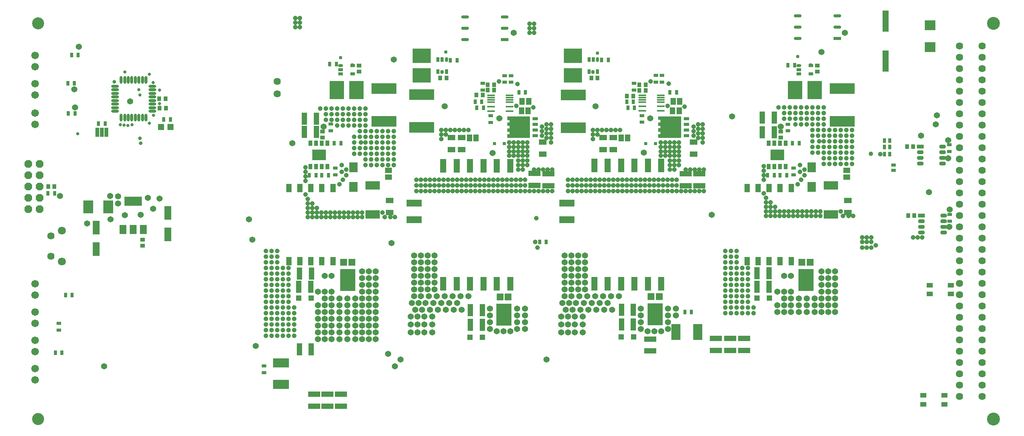
<source format=gbr>
G04 Layer_Color=8388736*
%FSLAX45Y45*%
%MOMM*%
%TF.FileFunction,Soldermask,Top*%
%TF.Part,Single*%
G01*
G75*
%TA.AperFunction,SMDPad,CuDef*%
%ADD99R,2.36160X2.26160*%
%ADD100R,5.70160X2.40160*%
%ADD101R,0.80160X1.00160*%
%ADD102R,0.90160X1.00160*%
%ADD103R,1.32080X1.32080*%
%ADD104R,1.00160X0.90160*%
%ADD105R,3.90160X2.10160*%
%ADD106R,1.60160X2.10160*%
%ADD107R,0.81280X2.10820*%
%ADD108O,1.75160X0.65160*%
%ADD109O,0.65160X1.75160*%
%ADD110R,1.40160X4.85160*%
%ADD111R,1.00160X0.80160*%
%ADD112R,1.35160X1.05160*%
%ADD113R,1.20160X2.70160*%
%ADD114R,2.26060X2.84460*%
%ADD115R,4.10160X3.20160*%
%ADD116O,0.65160X1.10160*%
%ADD117R,0.65160X1.10160*%
%ADD118R,2.70160X1.20160*%
%ADD119R,1.20160X1.50160*%
%ADD120R,1.80160X1.20160*%
%ADD121O,1.75160X0.40160*%
%ADD122R,1.37160X3.15160*%
%ADD123R,1.30160X0.75160*%
%ADD124R,0.70160X0.70160*%
%ADD125R,1.30160X1.30160*%
%ADD126R,3.46160X4.96160*%
%ADD127R,1.49160X1.50160*%
%ADD128R,3.60160X2.10160*%
%ADD129R,2.10160X3.60160*%
%ADD130R,3.40160X1.50160*%
%ADD131O,1.10160X0.65160*%
%ADD132R,1.10160X0.65160*%
%ADD133R,1.50160X1.20160*%
%ADD134R,3.30160X1.90160*%
%ADD135R,3.20160X4.10160*%
%ADD136R,1.27160X1.98160*%
%ADD137R,1.90160X2.20160*%
%ADD138R,0.86360X1.24460*%
%ADD139R,3.09880X2.36220*%
%ADD140R,1.50160X0.90160*%
%ADD141O,1.50160X0.90160*%
%ADD142R,1.52400X3.12420*%
%ADD143R,1.75160X0.75160*%
%ADD144O,1.75160X0.75160*%
%TA.AperFunction,ViaPad*%
%ADD145C,2.70160*%
%TA.AperFunction,ComponentPad*%
%ADD146C,1.62560*%
%ADD147C,1.80160*%
%ADD148C,1.70160*%
G04:AMPARAMS|DCode=149|XSize=1.6764mm|YSize=1.6764mm|CornerRadius=0mm|HoleSize=0mm|Usage=FLASHONLY|Rotation=90.000|XOffset=0mm|YOffset=0mm|HoleType=Round|Shape=Octagon|*
%AMOCTAGOND149*
4,1,8,0.41910,0.83820,-0.41910,0.83820,-0.83820,0.41910,-0.83820,-0.41910,-0.41910,-0.83820,0.41910,-0.83820,0.83820,-0.41910,0.83820,0.41910,0.41910,0.83820,0.0*
%
%ADD149OCTAGOND149*%

%ADD150C,2.90160*%
%TA.AperFunction,ViaPad*%
%ADD151C,1.62560*%
%ADD152C,1.37160*%
%ADD153C,0.73660*%
%ADD154C,0.80160*%
%ADD155C,1.00160*%
%ADD156C,1.05160*%
%ADD157C,0.77360*%
%ADD158C,0.86360*%
G36*
X13597597Y8354607D02*
X13598553Y8354316D01*
X13599435Y8353844D01*
X13600211Y8353210D01*
X13600844Y8352436D01*
X13601315Y8351554D01*
X13601607Y8350596D01*
X13601704Y8349600D01*
Y7879600D01*
X13601607Y7878604D01*
X13601315Y7877646D01*
X13600844Y7876764D01*
X13600211Y7875990D01*
X13599435Y7875356D01*
X13598553Y7874884D01*
X13597597Y7874593D01*
X13596600Y7874495D01*
X13096600D01*
X13095604Y7874593D01*
X13094646Y7874884D01*
X13093764Y7875356D01*
X13092990Y7875990D01*
X13092355Y7876764D01*
X13091884Y7877646D01*
X13091592Y7878604D01*
X13091495Y7879600D01*
Y7949600D01*
X13091592Y7950596D01*
X13091884Y7951554D01*
X13092355Y7952436D01*
X13092990Y7953210D01*
X13093764Y7953844D01*
X13094646Y7954316D01*
X13095604Y7954607D01*
X13096600Y7954705D01*
X13141495D01*
Y8007995D01*
X13096600D01*
X13095604Y8008093D01*
X13094646Y8008384D01*
X13093764Y8008856D01*
X13092990Y8009490D01*
X13092355Y8010264D01*
X13091884Y8011147D01*
X13091592Y8012104D01*
X13091495Y8013100D01*
Y8083100D01*
X13091592Y8084096D01*
X13091884Y8085053D01*
X13092355Y8085936D01*
X13092990Y8086710D01*
X13093764Y8087344D01*
X13094646Y8087816D01*
X13095604Y8088107D01*
X13096600Y8088205D01*
X13141495D01*
Y8140995D01*
X13096600D01*
X13095604Y8141093D01*
X13094646Y8141384D01*
X13093764Y8141856D01*
X13092990Y8142490D01*
X13092355Y8143264D01*
X13091884Y8144147D01*
X13091592Y8145104D01*
X13091495Y8146100D01*
Y8216100D01*
X13091592Y8217096D01*
X13091884Y8218053D01*
X13092355Y8218936D01*
X13092990Y8219709D01*
X13093764Y8220344D01*
X13094646Y8220816D01*
X13095604Y8221106D01*
X13096600Y8221205D01*
X13141495D01*
Y8274495D01*
X13096600D01*
X13095604Y8274593D01*
X13094646Y8274884D01*
X13093764Y8275356D01*
X13092990Y8275990D01*
X13092355Y8276764D01*
X13091884Y8277646D01*
X13091592Y8278604D01*
X13091495Y8279600D01*
Y8349600D01*
X13091592Y8350596D01*
X13091884Y8351554D01*
X13092355Y8352436D01*
X13092990Y8353210D01*
X13093764Y8353844D01*
X13094646Y8354316D01*
X13095604Y8354607D01*
X13096600Y8354705D01*
X13596600D01*
X13597597Y8354607D01*
D02*
G37*
G36*
X16989195Y8357407D02*
X16990154Y8357116D01*
X16991035Y8356644D01*
X16991809Y8356010D01*
X16992444Y8355236D01*
X16992915Y8354354D01*
X16993205Y8353396D01*
X16993304Y8352400D01*
Y7882400D01*
X16993205Y7881404D01*
X16992915Y7880447D01*
X16992444Y7879564D01*
X16991809Y7878790D01*
X16991035Y7878156D01*
X16990154Y7877684D01*
X16989195Y7877393D01*
X16988200Y7877295D01*
X16488200D01*
X16487204Y7877393D01*
X16486246Y7877684D01*
X16485364Y7878156D01*
X16484590Y7878790D01*
X16483955Y7879564D01*
X16483484Y7880447D01*
X16483192Y7881404D01*
X16483095Y7882400D01*
Y7952400D01*
X16483192Y7953396D01*
X16483484Y7954354D01*
X16483955Y7955236D01*
X16484590Y7956010D01*
X16485364Y7956644D01*
X16486246Y7957116D01*
X16487204Y7957407D01*
X16488200Y7957505D01*
X16533095D01*
Y8010796D01*
X16488200D01*
X16487204Y8010894D01*
X16486246Y8011184D01*
X16485364Y8011656D01*
X16484590Y8012291D01*
X16483955Y8013064D01*
X16483484Y8013947D01*
X16483192Y8014904D01*
X16483095Y8015900D01*
Y8085900D01*
X16483192Y8086896D01*
X16483484Y8087854D01*
X16483955Y8088736D01*
X16484590Y8089510D01*
X16485364Y8090144D01*
X16486246Y8090616D01*
X16487204Y8090907D01*
X16488200Y8091005D01*
X16533095D01*
Y8143795D01*
X16488200D01*
X16487204Y8143894D01*
X16486246Y8144184D01*
X16485364Y8144656D01*
X16484590Y8145291D01*
X16483955Y8146064D01*
X16483484Y8146947D01*
X16483192Y8147904D01*
X16483095Y8148900D01*
Y8218900D01*
X16483192Y8219896D01*
X16483484Y8220854D01*
X16483955Y8221736D01*
X16484590Y8222510D01*
X16485364Y8223144D01*
X16486246Y8223616D01*
X16487204Y8223907D01*
X16488200Y8224005D01*
X16533095D01*
Y8277295D01*
X16488200D01*
X16487204Y8277393D01*
X16486246Y8277684D01*
X16485364Y8278156D01*
X16484590Y8278790D01*
X16483955Y8279564D01*
X16483484Y8280446D01*
X16483192Y8281404D01*
X16483095Y8282400D01*
Y8352400D01*
X16483192Y8353396D01*
X16483484Y8354354D01*
X16483955Y8355236D01*
X16484590Y8356010D01*
X16485364Y8356644D01*
X16486246Y8357116D01*
X16487204Y8357407D01*
X16488200Y8357505D01*
X16988200D01*
X16989195Y8357407D01*
D02*
G37*
D99*
X22581000Y9915000D02*
D03*
Y10405000D02*
D03*
D100*
X14575999Y8101000D02*
D03*
Y8841000D02*
D03*
X11174000Y8107000D02*
D03*
Y8847000D02*
D03*
X20608801Y8247001D02*
D03*
Y8987001D02*
D03*
X10321802Y8247001D02*
D03*
Y8987001D02*
D03*
D101*
X2930998Y6632000D02*
D03*
X2781001D02*
D03*
X5380000Y8285000D02*
D03*
X5530000D02*
D03*
X3913999Y8198000D02*
D03*
X4064001D02*
D03*
X21557001Y7814000D02*
D03*
X21677000D02*
D03*
X21562000Y7507000D02*
D03*
X21682001D02*
D03*
X21557001Y7668000D02*
D03*
X21677000D02*
D03*
X15208199Y9624800D02*
D03*
X15358199D02*
D03*
X16893700Y8898600D02*
D03*
X16743700D02*
D03*
X15950000Y8555100D02*
D03*
X15800000D02*
D03*
X15774600Y8686800D02*
D03*
X15924600D02*
D03*
X12371000D02*
D03*
X12521000D02*
D03*
X12558400Y8552300D02*
D03*
X12408400D02*
D03*
X13502100Y8895800D02*
D03*
X13352100D02*
D03*
X11816600Y9622000D02*
D03*
X11966600D02*
D03*
X3389700Y8427720D02*
D03*
X3239700D02*
D03*
X3377000Y9098280D02*
D03*
X3227000D02*
D03*
X3326200Y4343400D02*
D03*
X3176200D02*
D03*
X3097600Y3048000D02*
D03*
X2947600D02*
D03*
X17077000Y3962000D02*
D03*
X17227000D02*
D03*
X18938199Y7033946D02*
D03*
X19088202D02*
D03*
X19545401Y9506001D02*
D03*
X19395401D02*
D03*
X19497002Y7753401D02*
D03*
X19647002D02*
D03*
X19217599Y7033946D02*
D03*
X19367603D02*
D03*
X8651199D02*
D03*
X8801202D02*
D03*
X9258401Y9531401D02*
D03*
X9108401D02*
D03*
X9210001Y7753401D02*
D03*
X9360001D02*
D03*
X8930599Y7033946D02*
D03*
X9080602D02*
D03*
X13818800Y5537200D02*
D03*
X13968800D02*
D03*
X3462000Y9734393D02*
D03*
X3311997D02*
D03*
D102*
X2786000Y6785002D02*
D03*
X2926000D02*
D03*
X5420002Y8752000D02*
D03*
X5280003D02*
D03*
X5287000Y8545000D02*
D03*
X5427000D02*
D03*
X15118800Y9223000D02*
D03*
X14978799D02*
D03*
X15919600Y8813800D02*
D03*
X15779601D02*
D03*
X16059000Y8940800D02*
D03*
X16199001D02*
D03*
X16059000Y9067800D02*
D03*
X16199001D02*
D03*
X12655400D02*
D03*
X12795400D02*
D03*
X12654700Y8946000D02*
D03*
X12794700D02*
D03*
X12541400Y8839200D02*
D03*
X12401400D02*
D03*
X11727200Y9220200D02*
D03*
X11587200D02*
D03*
X22205447Y7674916D02*
D03*
X22065448D02*
D03*
X22232800Y6127801D02*
D03*
X22092801D02*
D03*
D103*
X5532996Y8123005D02*
D03*
X5321318D02*
D03*
D104*
X4909000Y5589000D02*
D03*
Y5449000D02*
D03*
X20054601Y9499801D02*
D03*
Y9359801D02*
D03*
X19227800Y8020200D02*
D03*
Y7880200D02*
D03*
X9767601Y9499801D02*
D03*
Y9359801D02*
D03*
X8940800Y8020200D02*
D03*
Y7880200D02*
D03*
D105*
X4692000Y6450000D02*
D03*
D106*
X4922000Y5820000D02*
D03*
X4692000D02*
D03*
X4462000D02*
D03*
D107*
X4089000Y8000000D02*
D03*
X3989000D02*
D03*
X3887400D02*
D03*
D108*
X4284000Y9034000D02*
D03*
Y8954000D02*
D03*
Y8874000D02*
D03*
Y8794000D02*
D03*
Y8714000D02*
D03*
Y8634000D02*
D03*
Y8554000D02*
D03*
Y8474000D02*
D03*
X5124000D02*
D03*
Y8554000D02*
D03*
Y8634000D02*
D03*
Y8714000D02*
D03*
Y8794000D02*
D03*
Y8874000D02*
D03*
Y8954000D02*
D03*
Y9034000D02*
D03*
D109*
X4424000Y8334000D02*
D03*
X4504000D02*
D03*
X4584000D02*
D03*
X4664000D02*
D03*
X4744000D02*
D03*
X4824000D02*
D03*
X4904000D02*
D03*
X4984000D02*
D03*
Y9174000D02*
D03*
X4904000D02*
D03*
X4824000D02*
D03*
X4744000D02*
D03*
X4664000D02*
D03*
X4584000D02*
D03*
X4504000D02*
D03*
X4424000D02*
D03*
D110*
X21582001Y10499500D02*
D03*
Y9604500D02*
D03*
D111*
X21763000Y7143000D02*
D03*
Y7263000D02*
D03*
X16566299Y9276799D02*
D03*
Y9126799D02*
D03*
X16426601Y9126799D02*
D03*
Y9276799D02*
D03*
X15938499Y9100000D02*
D03*
Y8950000D02*
D03*
X16116299Y8376100D02*
D03*
Y8226100D02*
D03*
X12724700Y8373300D02*
D03*
Y8223300D02*
D03*
X12546900Y9097200D02*
D03*
Y8947200D02*
D03*
X13035001Y9123999D02*
D03*
Y9273999D02*
D03*
X13174699Y9273998D02*
D03*
Y9123999D02*
D03*
X3022600Y3557200D02*
D03*
Y3707200D02*
D03*
X7636000Y2748000D02*
D03*
Y2598000D02*
D03*
X19521201Y7193401D02*
D03*
Y7043401D02*
D03*
X19395441Y8182680D02*
D03*
Y8032680D02*
D03*
X9234201Y7193401D02*
D03*
Y7043401D02*
D03*
X9131300Y8185220D02*
D03*
Y8035220D02*
D03*
X23026401Y6152001D02*
D03*
Y6002001D02*
D03*
X23012399Y7570400D02*
D03*
Y7720400D02*
D03*
D112*
X22576500Y4365000D02*
D03*
X23051500Y4565000D02*
D03*
Y4365000D02*
D03*
X22576500Y4565000D02*
D03*
X22434500Y1887000D02*
D03*
X22909500Y2087000D02*
D03*
Y1887000D02*
D03*
X22434500Y2087000D02*
D03*
D113*
X8540400Y8305800D02*
D03*
X8810400D02*
D03*
X18813400Y8331200D02*
D03*
X19083400D02*
D03*
X15924998Y3678900D02*
D03*
X15654999D02*
D03*
X15924998Y4009100D02*
D03*
X15654999D02*
D03*
X12533400Y4006300D02*
D03*
X12263400D02*
D03*
X12533400Y3676100D02*
D03*
X12263400D02*
D03*
X8424000Y3128000D02*
D03*
X8694000D02*
D03*
X18700398Y4527601D02*
D03*
X18970401D02*
D03*
X18700398Y4832401D02*
D03*
X18970401D02*
D03*
X19083400Y8001000D02*
D03*
X18813399D02*
D03*
X8413399Y4527601D02*
D03*
X8683401D02*
D03*
X8424798Y4826000D02*
D03*
X8694800D02*
D03*
X8810401Y8007401D02*
D03*
X8540399D02*
D03*
D114*
X4132600Y6324600D02*
D03*
X3690600D02*
D03*
D115*
X14566199Y9282402D02*
D03*
Y9722401D02*
D03*
X11174600Y9279601D02*
D03*
Y9719601D02*
D03*
D116*
X15118401Y9637402D02*
D03*
X11726801Y9634602D02*
D03*
D117*
X15023399Y9637402D02*
D03*
X14928398D02*
D03*
X15118401Y9367400D02*
D03*
X14928398D02*
D03*
X11631800Y9634602D02*
D03*
X11536799D02*
D03*
X11726801Y9364600D02*
D03*
X11536799D02*
D03*
D118*
X17094200Y6799200D02*
D03*
Y7069200D02*
D03*
X13702600Y6804400D02*
D03*
Y7074400D02*
D03*
X9357000Y1846000D02*
D03*
Y2116000D02*
D03*
X9057000Y1845000D02*
D03*
Y2115000D02*
D03*
X8760000Y1848000D02*
D03*
Y2118000D02*
D03*
X18413000Y3101000D02*
D03*
Y3371000D02*
D03*
X18094000Y3098000D02*
D03*
Y3368000D02*
D03*
X17775000Y3101000D02*
D03*
Y3371000D02*
D03*
X16305000Y3086000D02*
D03*
Y3356000D02*
D03*
X17399001Y6799200D02*
D03*
Y7069200D02*
D03*
X14020000Y6799200D02*
D03*
Y7069199D02*
D03*
D119*
X16802599Y8486400D02*
D03*
X16952602D02*
D03*
X15647598Y7874000D02*
D03*
X15797601D02*
D03*
X16816000Y8694800D02*
D03*
X16966000D02*
D03*
X13424400Y8692000D02*
D03*
X13574400D02*
D03*
X12243999Y7874000D02*
D03*
X12394001D02*
D03*
X13410999Y8483600D02*
D03*
X13561002D02*
D03*
D120*
X15468600Y7611999D02*
D03*
Y7882001D02*
D03*
X17276700Y7513399D02*
D03*
Y7783401D02*
D03*
X13885100Y7510599D02*
D03*
Y7780601D02*
D03*
X12065000Y7611999D02*
D03*
Y7882001D02*
D03*
X20740401Y6196000D02*
D03*
Y6466002D02*
D03*
X10453400Y6196000D02*
D03*
Y6466002D02*
D03*
X11836400Y7611999D02*
D03*
Y7882001D02*
D03*
X15239999Y7611999D02*
D03*
Y7882001D02*
D03*
D121*
X16539700Y8481700D02*
D03*
Y8581700D02*
D03*
Y8681700D02*
D03*
Y8731700D02*
D03*
Y8781700D02*
D03*
Y8831700D02*
D03*
X16124699Y8481700D02*
D03*
Y8581700D02*
D03*
Y8681700D02*
D03*
Y8731700D02*
D03*
Y8781700D02*
D03*
Y8831700D02*
D03*
X13148100Y8478900D02*
D03*
Y8578900D02*
D03*
Y8678900D02*
D03*
Y8728900D02*
D03*
Y8778900D02*
D03*
Y8828900D02*
D03*
X12733100Y8478900D02*
D03*
Y8578900D02*
D03*
Y8678900D02*
D03*
Y8728900D02*
D03*
Y8778900D02*
D03*
Y8828900D02*
D03*
D122*
X16548801Y7252200D02*
D03*
X16248801D02*
D03*
X15948801D02*
D03*
X15648801D02*
D03*
X15348801D02*
D03*
X15048801D02*
D03*
X16548801Y4600200D02*
D03*
X16248801D02*
D03*
X15948801D02*
D03*
X15648801D02*
D03*
X15348801D02*
D03*
X15048801D02*
D03*
X13157201Y7249400D02*
D03*
X12857201D02*
D03*
X12557200D02*
D03*
X12257200D02*
D03*
X11957200D02*
D03*
X11657200D02*
D03*
X13157201Y4597400D02*
D03*
X12857201D02*
D03*
X12557200D02*
D03*
X12257200D02*
D03*
X11957200D02*
D03*
X11657200D02*
D03*
D123*
X16551300Y7916740D02*
D03*
Y8051360D02*
D03*
Y8183440D02*
D03*
Y8318060D02*
D03*
X17113200Y8307900D02*
D03*
Y8180900D02*
D03*
Y8053900D02*
D03*
Y7926900D02*
D03*
X13159700Y7913940D02*
D03*
Y8048560D02*
D03*
Y8180640D02*
D03*
Y8315260D02*
D03*
X13721600Y8305100D02*
D03*
Y8178100D02*
D03*
Y8051100D02*
D03*
Y7924100D02*
D03*
D124*
X16196700Y7750400D02*
D03*
X16416701D02*
D03*
X12805099Y7747600D02*
D03*
X13025101D02*
D03*
D125*
X15929999Y3399500D02*
D03*
X15650000D02*
D03*
X12538400Y3396700D02*
D03*
X12258400D02*
D03*
X18975400Y4273601D02*
D03*
X18695401D02*
D03*
X8688400D02*
D03*
X8408401D02*
D03*
D126*
X16412299Y3907500D02*
D03*
X13020700Y3904700D02*
D03*
X19800600Y4680001D02*
D03*
X9513600D02*
D03*
D127*
X16504298Y4305700D02*
D03*
X16320299D02*
D03*
X13112700Y4302900D02*
D03*
X12928700D02*
D03*
X19892599Y5078202D02*
D03*
X19708601D02*
D03*
X9605599D02*
D03*
X9421602D02*
D03*
D128*
X8012000Y2823000D02*
D03*
Y2333000D02*
D03*
D129*
X16877000Y3514000D02*
D03*
X17367000D02*
D03*
D130*
X14427200Y6413000D02*
D03*
Y6033000D02*
D03*
X10998200Y6413000D02*
D03*
Y6033000D02*
D03*
D131*
X19640199Y9499402D02*
D03*
X9353199D02*
D03*
D132*
X19640199Y9404401D02*
D03*
Y9309400D02*
D03*
X19910201Y9499402D02*
D03*
Y9309400D02*
D03*
X9353199Y9404401D02*
D03*
Y9309400D02*
D03*
X9623201Y9499402D02*
D03*
Y9309400D02*
D03*
D133*
X20714999Y6992600D02*
D03*
Y7142602D02*
D03*
X10428000Y6992600D02*
D03*
Y7142602D02*
D03*
D134*
X20359399Y6808399D02*
D03*
Y6158403D02*
D03*
X10072400Y6808399D02*
D03*
Y6158403D02*
D03*
D135*
X19995200Y8947201D02*
D03*
X19555202D02*
D03*
X9708200D02*
D03*
X9268201D02*
D03*
D136*
X18474400Y6743802D02*
D03*
X18722401D02*
D03*
X18970401D02*
D03*
X19218402D02*
D03*
X19466403D02*
D03*
X18474400Y5107803D02*
D03*
X18722401D02*
D03*
X18970401D02*
D03*
X19218402D02*
D03*
X19466403D02*
D03*
X8187400Y6743802D02*
D03*
X8435401D02*
D03*
X8683401D02*
D03*
X8931402D02*
D03*
X9179403D02*
D03*
X8187400Y5107803D02*
D03*
X8435401D02*
D03*
X8683401D02*
D03*
X8931402D02*
D03*
X9179403D02*
D03*
D137*
X19927600Y7211400D02*
D03*
Y6771401D02*
D03*
X9640600Y7211400D02*
D03*
Y6771401D02*
D03*
D138*
X19343401Y7753401D02*
D03*
X19216400D02*
D03*
X19089400D02*
D03*
X18962399D02*
D03*
X19343401Y7232701D02*
D03*
X19216400D02*
D03*
X19089400D02*
D03*
X18962399D02*
D03*
X9056400Y7753401D02*
D03*
X8929400D02*
D03*
X8802400D02*
D03*
X8675400D02*
D03*
X9056400Y7232701D02*
D03*
X8929400D02*
D03*
X8802400D02*
D03*
X8675400D02*
D03*
D139*
X19152901Y7493051D02*
D03*
X8865900D02*
D03*
D140*
X22391400Y6127801D02*
D03*
X22364047Y7674916D02*
D03*
D141*
X22391400Y6000801D02*
D03*
Y5873801D02*
D03*
Y5746801D02*
D03*
X22891399Y6127801D02*
D03*
Y6000801D02*
D03*
Y5873801D02*
D03*
Y5746801D02*
D03*
X22364047Y7547916D02*
D03*
Y7420916D02*
D03*
Y7293916D02*
D03*
X22864047Y7674916D02*
D03*
Y7547916D02*
D03*
Y7420916D02*
D03*
Y7293916D02*
D03*
D142*
X3860800Y5854700D02*
D03*
Y5373400D02*
D03*
X5472000Y6185300D02*
D03*
Y5704000D02*
D03*
D143*
X13037820Y10081260D02*
D03*
X20505420Y10111740D02*
D03*
D144*
X13037820Y10335260D02*
D03*
Y10589260D02*
D03*
X12147820Y10081260D02*
D03*
Y10335260D02*
D03*
Y10589260D02*
D03*
X20505420Y10365740D02*
D03*
Y10619740D02*
D03*
X19615421Y10111740D02*
D03*
Y10365740D02*
D03*
Y10619740D02*
D03*
D145*
X2557000Y1554900D02*
D03*
Y10444400D02*
D03*
D146*
X2847300Y5668600D02*
D03*
Y5218600D02*
D03*
X23241000Y2063000D02*
D03*
Y2317000D02*
D03*
Y2571000D02*
D03*
Y2825000D02*
D03*
Y3079000D02*
D03*
Y3333000D02*
D03*
Y3587000D02*
D03*
Y3841000D02*
D03*
Y4095000D02*
D03*
Y4349000D02*
D03*
Y4603000D02*
D03*
Y4857000D02*
D03*
Y5111000D02*
D03*
Y5365000D02*
D03*
Y5619000D02*
D03*
Y5873000D02*
D03*
Y6127000D02*
D03*
Y6381000D02*
D03*
Y6635000D02*
D03*
Y6889000D02*
D03*
Y7143000D02*
D03*
Y7397000D02*
D03*
Y7651000D02*
D03*
Y7905000D02*
D03*
Y8159000D02*
D03*
Y8413000D02*
D03*
Y8667000D02*
D03*
Y8921000D02*
D03*
Y9175000D02*
D03*
Y9429000D02*
D03*
Y9683000D02*
D03*
Y9937000D02*
D03*
X23749001Y2063000D02*
D03*
Y2317000D02*
D03*
Y2571000D02*
D03*
Y2825000D02*
D03*
Y3079000D02*
D03*
Y3333000D02*
D03*
Y3587000D02*
D03*
Y3841000D02*
D03*
Y4095000D02*
D03*
Y4349000D02*
D03*
Y4603000D02*
D03*
Y4857000D02*
D03*
Y5111000D02*
D03*
Y5365000D02*
D03*
Y5619000D02*
D03*
Y5873000D02*
D03*
Y6127000D02*
D03*
Y6381000D02*
D03*
Y6635000D02*
D03*
Y6889000D02*
D03*
Y7143000D02*
D03*
Y7397000D02*
D03*
Y7651000D02*
D03*
Y7905000D02*
D03*
Y8159000D02*
D03*
Y8413000D02*
D03*
Y8667000D02*
D03*
Y8921000D02*
D03*
Y9175000D02*
D03*
Y9429000D02*
D03*
Y9683000D02*
D03*
Y9937000D02*
D03*
D147*
X3096300Y5093100D02*
D03*
Y5794100D02*
D03*
D148*
X2492400Y9728200D02*
D03*
Y9474200D02*
D03*
Y8178800D02*
D03*
Y8432800D02*
D03*
Y8839200D02*
D03*
Y9093200D02*
D03*
Y4343400D02*
D03*
Y4597400D02*
D03*
Y3708400D02*
D03*
Y3962400D02*
D03*
Y3073400D02*
D03*
Y3327400D02*
D03*
Y2438400D02*
D03*
Y2692400D02*
D03*
D149*
X2590801Y6273800D02*
D03*
X2336801D02*
D03*
X2590801Y6527800D02*
D03*
X2336801D02*
D03*
X2590801Y6781800D02*
D03*
X2336801D02*
D03*
Y7035800D02*
D03*
X2590801D02*
D03*
Y7289800D02*
D03*
X2336801D02*
D03*
D150*
X24003000Y1555000D02*
D03*
Y10445000D02*
D03*
D151*
X7924800Y9144000D02*
D03*
Y8864600D02*
D03*
D152*
X4357000Y6401000D02*
D03*
X5147000Y6282000D02*
D03*
X4862000Y6143000D02*
D03*
X4511000Y6135000D02*
D03*
X4188000Y6049000D02*
D03*
X4181000Y6566000D02*
D03*
X4623000Y8695000D02*
D03*
X5283000Y6512000D02*
D03*
X3055000Y6569000D02*
D03*
X4355000Y6565000D02*
D03*
X3471200Y9919400D02*
D03*
X3659000Y5952000D02*
D03*
X5026000Y6525000D02*
D03*
X8966200Y8128000D02*
D03*
X19227800Y8128000D02*
D03*
X7289800Y6045200D02*
D03*
X7366000Y5588000D02*
D03*
X8269000Y7753401D02*
D03*
X20142200Y9804400D02*
D03*
X11684000Y8585200D02*
D03*
X12912399Y8311000D02*
D03*
X12765100Y7538600D02*
D03*
X12217400Y4318000D02*
D03*
X12039600D02*
D03*
X11861800D02*
D03*
X11684000D02*
D03*
X11506200D02*
D03*
X11328400D02*
D03*
X11150600D02*
D03*
X11252200Y4165600D02*
D03*
X11430000D02*
D03*
X11607800D02*
D03*
X11785600D02*
D03*
X11963400D02*
D03*
X11176000Y4013200D02*
D03*
X11353800D02*
D03*
X11531600D02*
D03*
X11709400D02*
D03*
X11887200D02*
D03*
X12065000D02*
D03*
X12700000Y4038600D02*
D03*
Y3886200D02*
D03*
Y3733800D02*
D03*
Y3581400D02*
D03*
X13004800Y3530600D02*
D03*
X13309599Y4038600D02*
D03*
X13487399D02*
D03*
X13309599Y3886200D02*
D03*
X13487399D02*
D03*
Y3733800D02*
D03*
X13309599D02*
D03*
X13157201Y3530600D02*
D03*
X13487399Y3581400D02*
D03*
X13309599D02*
D03*
X11404600Y3860800D02*
D03*
X11226800D02*
D03*
X11404600Y3683000D02*
D03*
X11226800D02*
D03*
X11404600Y3505200D02*
D03*
X11226800D02*
D03*
X16701199Y3584200D02*
D03*
Y3736600D02*
D03*
X16878999Y3889000D02*
D03*
X16701199D02*
D03*
X16878999Y4041400D02*
D03*
X16701199D02*
D03*
X16396400Y3533400D02*
D03*
X16244000D02*
D03*
X16091600Y3584200D02*
D03*
Y3736600D02*
D03*
Y3889000D02*
D03*
Y4041400D02*
D03*
X16156700Y7541400D02*
D03*
X16303999Y8313800D02*
D03*
X15075600Y8588000D02*
D03*
X10541000Y9634220D02*
D03*
X18135600Y8356600D02*
D03*
X10134600Y4267200D02*
D03*
X9982200D02*
D03*
X9829800D02*
D03*
Y4419600D02*
D03*
Y4572000D02*
D03*
X9982200Y4419600D02*
D03*
Y4572000D02*
D03*
X10134600D02*
D03*
Y4419600D02*
D03*
X9499600Y4267200D02*
D03*
X9321800D02*
D03*
X9144000D02*
D03*
Y4419600D02*
D03*
X8991600D02*
D03*
X8839200D02*
D03*
X8991600Y4267200D02*
D03*
X9144000Y4775200D02*
D03*
X8991600D02*
D03*
X12852400Y3530600D02*
D03*
X10414000Y3022600D02*
D03*
X7442200Y3200400D02*
D03*
X10693400Y2895600D02*
D03*
X13970000D02*
D03*
X16548801Y3533400D02*
D03*
X10566400Y2743200D02*
D03*
X4038600D02*
D03*
X11150600Y4470400D02*
D03*
Y4622800D02*
D03*
Y4775200D02*
D03*
Y4927600D02*
D03*
Y5080000D02*
D03*
Y5232400D02*
D03*
X10998200Y4318000D02*
D03*
Y4470400D02*
D03*
Y4622800D02*
D03*
Y4775200D02*
D03*
Y4927600D02*
D03*
Y5080000D02*
D03*
Y5232400D02*
D03*
X11099800Y4165600D02*
D03*
X10947400D02*
D03*
X11023600Y4013200D02*
D03*
X11074400Y3860800D02*
D03*
Y3683000D02*
D03*
Y3505200D02*
D03*
X10922000D02*
D03*
Y3683000D02*
D03*
Y3860800D02*
D03*
X11303000Y5232400D02*
D03*
X11455400D02*
D03*
X11303000Y5080000D02*
D03*
X11455400D02*
D03*
Y4927600D02*
D03*
X11303000D02*
D03*
Y4775200D02*
D03*
X11455400D02*
D03*
Y4622800D02*
D03*
X11303000D02*
D03*
Y4470400D02*
D03*
X11455400D02*
D03*
X17678400Y6146800D02*
D03*
X14833600Y4470400D02*
D03*
X14681200D02*
D03*
Y4622800D02*
D03*
X14833600D02*
D03*
Y4775200D02*
D03*
X14681200D02*
D03*
Y4927600D02*
D03*
X14833600D02*
D03*
Y5080000D02*
D03*
X14681200D02*
D03*
X14833600Y5232400D02*
D03*
X14681200D02*
D03*
X14300200Y3860800D02*
D03*
Y3683000D02*
D03*
Y3505200D02*
D03*
X14452600D02*
D03*
Y3683000D02*
D03*
Y3860800D02*
D03*
X14401801Y4013200D02*
D03*
X14325600Y4165600D02*
D03*
X14478000D02*
D03*
X14376401Y5232400D02*
D03*
Y5080000D02*
D03*
Y4927600D02*
D03*
Y4775200D02*
D03*
Y4622800D02*
D03*
Y4470400D02*
D03*
Y4318000D02*
D03*
X14528799Y5232400D02*
D03*
Y5080000D02*
D03*
Y4927600D02*
D03*
Y4775200D02*
D03*
Y4622800D02*
D03*
Y4470400D02*
D03*
X14605000Y3505200D02*
D03*
X14782800D02*
D03*
X14605000Y3683000D02*
D03*
X14782800D02*
D03*
X14605000Y3860800D02*
D03*
X14782800D02*
D03*
X15443201Y4013200D02*
D03*
X15265401D02*
D03*
X15087601D02*
D03*
X14909801D02*
D03*
X14732001D02*
D03*
X14554201D02*
D03*
X15341600Y4165600D02*
D03*
X15163800D02*
D03*
X14986000D02*
D03*
X14808200D02*
D03*
X14630400D02*
D03*
X14528799Y4318000D02*
D03*
X14706599D02*
D03*
X14884399D02*
D03*
X15062199D02*
D03*
X15239999D02*
D03*
X15417799D02*
D03*
X15595599D02*
D03*
X10490200Y5511800D02*
D03*
X10134600Y4876800D02*
D03*
X9982200D02*
D03*
X9829800D02*
D03*
Y4724400D02*
D03*
X9982200D02*
D03*
X10134600D02*
D03*
Y3962400D02*
D03*
Y4114800D02*
D03*
X9982200D02*
D03*
Y3962400D02*
D03*
X9829800Y4114800D02*
D03*
Y3962400D02*
D03*
Y3810000D02*
D03*
X9982200D02*
D03*
X10134600D02*
D03*
X9677400Y3962400D02*
D03*
X9321800Y4114800D02*
D03*
X9499600Y3810000D02*
D03*
X9677400D02*
D03*
X9144000Y3962400D02*
D03*
Y4114800D02*
D03*
X8991600D02*
D03*
Y3962400D02*
D03*
X8839200Y4114800D02*
D03*
Y3962400D02*
D03*
Y3810000D02*
D03*
X8991600D02*
D03*
X9144000D02*
D03*
X9677400Y4114800D02*
D03*
Y4267200D02*
D03*
X9321800Y3962400D02*
D03*
Y3810000D02*
D03*
X9499600Y3962400D02*
D03*
Y4114800D02*
D03*
Y3657600D02*
D03*
Y3505200D02*
D03*
X9321800Y3352800D02*
D03*
Y3505200D02*
D03*
X9677400Y3657600D02*
D03*
X9144000Y3352800D02*
D03*
X8991600D02*
D03*
X8839200D02*
D03*
Y3505200D02*
D03*
Y3657600D02*
D03*
X8991600Y3505200D02*
D03*
Y3657600D02*
D03*
X9144000D02*
D03*
Y3505200D02*
D03*
X9677400Y3352800D02*
D03*
X9499600D02*
D03*
X9321800Y3657600D02*
D03*
X9677400Y3505200D02*
D03*
X10134600Y3352800D02*
D03*
X9982200D02*
D03*
X9829800D02*
D03*
Y3505200D02*
D03*
Y3657600D02*
D03*
X9982200Y3505200D02*
D03*
Y3657600D02*
D03*
X10134600D02*
D03*
Y3505200D02*
D03*
X19812000Y4114800D02*
D03*
Y3962400D02*
D03*
X19634200D02*
D03*
X19989799Y4267200D02*
D03*
Y4114800D02*
D03*
X19151601Y3962400D02*
D03*
Y4114800D02*
D03*
X19303999Y3962400D02*
D03*
Y4114800D02*
D03*
X19456400D02*
D03*
Y3962400D02*
D03*
X19634200Y4114800D02*
D03*
X19989799Y3962400D02*
D03*
X20142200D02*
D03*
Y4114800D02*
D03*
X20294600Y3962400D02*
D03*
Y4114800D02*
D03*
X20447000D02*
D03*
Y3962400D02*
D03*
Y4724400D02*
D03*
X20294600D02*
D03*
X20142200D02*
D03*
Y4876800D02*
D03*
X20294600D02*
D03*
X20447000D02*
D03*
X19303999Y4775200D02*
D03*
X19456400D02*
D03*
X19303999Y4267200D02*
D03*
X19151601Y4419600D02*
D03*
X19303999D02*
D03*
X19456400D02*
D03*
Y4267200D02*
D03*
X19634200D02*
D03*
X19812000D02*
D03*
X20447000Y4419600D02*
D03*
Y4572000D02*
D03*
X20294600D02*
D03*
Y4419600D02*
D03*
X20142200Y4572000D02*
D03*
Y4419600D02*
D03*
Y4267200D02*
D03*
X20294600D02*
D03*
X20447000D02*
D03*
X23018800Y5873801D02*
D03*
X23026401Y6262400D02*
D03*
X22987000Y7416800D02*
D03*
Y7823200D02*
D03*
X22555200Y6654800D02*
D03*
X22708800Y8177600D02*
D03*
X22378600Y7923600D02*
D03*
X22734200Y8383200D02*
D03*
X3389700Y8561000D02*
D03*
X3377000Y8967540D02*
D03*
X13238480Y10233660D02*
D03*
X20667979D02*
D03*
D153*
X3451000Y7970000D02*
D03*
X5288400Y8647800D02*
D03*
X5285400Y8951800D02*
D03*
X5144400Y9114800D02*
D03*
X4505400Y9358800D02*
D03*
X5058400Y9306800D02*
D03*
X5148400Y8379800D02*
D03*
X5061400Y8201800D02*
D03*
X4576000Y8151000D02*
D03*
X4492000Y8161000D02*
D03*
X4406000Y8166000D02*
D03*
X4666400Y8168800D02*
D03*
X4825000Y8955000D02*
D03*
X4843400Y8842800D02*
D03*
D154*
X4274400Y9133800D02*
D03*
X4862400Y7751800D02*
D03*
X4844400Y7863800D02*
D03*
D155*
X21255000Y7515000D02*
D03*
D156*
X21467999Y7512000D02*
D03*
X17071001Y8579000D02*
D03*
X13680000Y8561000D02*
D03*
X9271000Y8153400D02*
D03*
X9017000Y8280400D02*
D03*
X9144000D02*
D03*
X9271000D02*
D03*
X9398000Y8153400D02*
D03*
Y8280400D02*
D03*
X9017000Y8407400D02*
D03*
X9144000D02*
D03*
X9271000D02*
D03*
X9398000D02*
D03*
X8890000Y8534400D02*
D03*
X9017000D02*
D03*
X9144000D02*
D03*
X9271000D02*
D03*
X19177000Y8559800D02*
D03*
X19303999D02*
D03*
Y8432800D02*
D03*
Y8305800D02*
D03*
X19431000D02*
D03*
Y8432800D02*
D03*
Y8559800D02*
D03*
X19558000D02*
D03*
Y8432800D02*
D03*
Y8305800D02*
D03*
Y8178800D02*
D03*
X19685001D02*
D03*
Y8305800D02*
D03*
Y8432800D02*
D03*
X15113000Y7950200D02*
D03*
X15011400Y7848600D02*
D03*
Y7950200D02*
D03*
Y8051800D02*
D03*
X15113000D02*
D03*
X15214600D02*
D03*
X15316200D02*
D03*
X15417799D02*
D03*
X15519400D02*
D03*
X15621001D02*
D03*
X11049000Y6680200D02*
D03*
X11150600D02*
D03*
X11252200D02*
D03*
X11353800D02*
D03*
X11455400D02*
D03*
X11658600D02*
D03*
X11557000D02*
D03*
X12268200D02*
D03*
X12166600D02*
D03*
X12065000D02*
D03*
X11963400D02*
D03*
X11861800D02*
D03*
X11760200D02*
D03*
X12877800D02*
D03*
X12776200D02*
D03*
X12674600D02*
D03*
X12573000D02*
D03*
X12471400D02*
D03*
X12369800D02*
D03*
X13487399D02*
D03*
X13385800D02*
D03*
X13284200D02*
D03*
X13182600D02*
D03*
X13081000D02*
D03*
X12979401D02*
D03*
X11709400Y7950200D02*
D03*
X12217400Y8051800D02*
D03*
X12115800D02*
D03*
X12014200D02*
D03*
X11912600D02*
D03*
X11811000D02*
D03*
X11607800Y7950200D02*
D03*
Y7848600D02*
D03*
X11709400Y8051800D02*
D03*
X11607800D02*
D03*
X13589000Y6680200D02*
D03*
X13690601D02*
D03*
X13792200D02*
D03*
X13893800D02*
D03*
X13995399D02*
D03*
X14097000D02*
D03*
X13690601Y7162800D02*
D03*
X13436600D02*
D03*
X13335001D02*
D03*
X13538200Y7264400D02*
D03*
X13335001D02*
D03*
X13436600D02*
D03*
X13538200Y7366000D02*
D03*
X13436600D02*
D03*
X13335001D02*
D03*
Y7569200D02*
D03*
X13436600D02*
D03*
X13538200D02*
D03*
X13233400D02*
D03*
X13132001Y7572000D02*
D03*
X13131799Y7473800D02*
D03*
X13436600D02*
D03*
X13233400D02*
D03*
X13335001D02*
D03*
X13538200D02*
D03*
Y7670800D02*
D03*
X13868401Y8128000D02*
D03*
X13970000Y7874000D02*
D03*
X14071600Y7772400D02*
D03*
Y7874000D02*
D03*
Y7975600D02*
D03*
X13970000D02*
D03*
X13868401Y7924800D02*
D03*
X14071600Y8077200D02*
D03*
X13970000D02*
D03*
X13868401Y8026400D02*
D03*
X14071600Y8178800D02*
D03*
X13970000D02*
D03*
X13792200Y7162800D02*
D03*
X13893800D02*
D03*
X13995399D02*
D03*
X14097000D02*
D03*
X13335001Y7670800D02*
D03*
X13233400D02*
D03*
X13436600D02*
D03*
X13131799D02*
D03*
Y7772400D02*
D03*
X13233400D02*
D03*
X13538200D02*
D03*
X13436600D02*
D03*
X13335001D02*
D03*
X13321300Y9087700D02*
D03*
X13295898Y8592400D02*
D03*
X12903200Y9144000D02*
D03*
X16687498Y8595200D02*
D03*
X16712898Y9090500D02*
D03*
X17500600Y6680200D02*
D03*
X17399001D02*
D03*
X17297400D02*
D03*
X17195799D02*
D03*
X17094200D02*
D03*
X16992599D02*
D03*
X16383000D02*
D03*
X16484599D02*
D03*
X16586200D02*
D03*
X16687801D02*
D03*
X16789400D02*
D03*
X16891000D02*
D03*
X15773399D02*
D03*
X15875000D02*
D03*
X15976601D02*
D03*
X16078200D02*
D03*
X16179800D02*
D03*
X16281400D02*
D03*
X15163800D02*
D03*
X15265401D02*
D03*
X15367000D02*
D03*
X15468600D02*
D03*
X15570200D02*
D03*
X15671800D02*
D03*
X14960600D02*
D03*
X15062199D02*
D03*
X14859000D02*
D03*
X14757401D02*
D03*
X14655800D02*
D03*
X14554201D02*
D03*
X14452600D02*
D03*
X16738600Y7772400D02*
D03*
X16840199D02*
D03*
X16941800D02*
D03*
X16637000D02*
D03*
X16535400D02*
D03*
Y7670800D02*
D03*
X16840199D02*
D03*
X16637000D02*
D03*
X16738600D02*
D03*
X17399001Y7162800D02*
D03*
X17297400D02*
D03*
X17195799D02*
D03*
X17373599Y8178800D02*
D03*
X17475200D02*
D03*
X17272000Y8026400D02*
D03*
X17373599Y8077200D02*
D03*
X17475200D02*
D03*
X17272000Y7924800D02*
D03*
X17373599Y7975600D02*
D03*
X17475200D02*
D03*
Y7874000D02*
D03*
Y7772400D02*
D03*
X17373599Y7874000D02*
D03*
X17272000Y8128000D02*
D03*
X16941800Y7670800D02*
D03*
Y7473800D02*
D03*
X16738600D02*
D03*
X16637000D02*
D03*
X16840199D02*
D03*
X16535400D02*
D03*
Y7569200D02*
D03*
X16637000D02*
D03*
X16941800D02*
D03*
X16840199D02*
D03*
X16738600D02*
D03*
Y7366000D02*
D03*
X16840199D02*
D03*
X16941800D02*
D03*
X16840199Y7264400D02*
D03*
X16738600D02*
D03*
X16941800D02*
D03*
X16738600Y7162800D02*
D03*
X16840199D02*
D03*
X17094200D02*
D03*
X10566400Y6096000D02*
D03*
X10337800D02*
D03*
X9829800D02*
D03*
Y6197600D02*
D03*
X9728200D02*
D03*
Y6096000D02*
D03*
X9626600D02*
D03*
Y6197600D02*
D03*
X9525000Y6096000D02*
D03*
Y6197600D02*
D03*
X9423400D02*
D03*
Y6096000D02*
D03*
X9321800D02*
D03*
Y6197600D02*
D03*
X9220200D02*
D03*
Y6096000D02*
D03*
X9118600D02*
D03*
Y6197600D02*
D03*
X9017000D02*
D03*
Y6096000D02*
D03*
X8915400D02*
D03*
Y6197600D02*
D03*
X8813800Y6096000D02*
D03*
Y6197600D02*
D03*
X8712200D02*
D03*
Y6096000D02*
D03*
X8610600D02*
D03*
Y6197600D02*
D03*
X8813800Y6299200D02*
D03*
X8712200Y6400800D02*
D03*
Y6299200D02*
D03*
X8610600D02*
D03*
Y6400800D02*
D03*
Y6502400D02*
D03*
X8559800Y6604000D02*
D03*
Y6908800D02*
D03*
Y7010400D02*
D03*
Y7112000D02*
D03*
Y7213600D02*
D03*
X10287000Y6197600D02*
D03*
X10464800Y6096000D02*
D03*
X9906000Y8534400D02*
D03*
X9779000D02*
D03*
X9652000D02*
D03*
X9906000Y8407400D02*
D03*
X9779000D02*
D03*
X9652000D02*
D03*
Y8280400D02*
D03*
X9779000D02*
D03*
X9906000D02*
D03*
X9652000Y8153400D02*
D03*
X9779000D02*
D03*
X9906000D02*
D03*
X9779000Y8026400D02*
D03*
X9906000D02*
D03*
X10033000D02*
D03*
X10160000D02*
D03*
X10287000D02*
D03*
X10414000D02*
D03*
X10541000D02*
D03*
Y7899400D02*
D03*
X9652000D02*
D03*
Y7772400D02*
D03*
Y7645400D02*
D03*
Y7518400D02*
D03*
X9779000Y7899400D02*
D03*
X9906000D02*
D03*
X10033000D02*
D03*
X10160000D02*
D03*
X10289540Y7896860D02*
D03*
X10414000Y7899400D02*
D03*
X10541000Y7772400D02*
D03*
X10414000D02*
D03*
X10287000D02*
D03*
X10160000D02*
D03*
X10033000D02*
D03*
X9906000D02*
D03*
X9804400D02*
D03*
X9779000Y7645400D02*
D03*
Y7518400D02*
D03*
X9906000D02*
D03*
X10033000D02*
D03*
X10160000D02*
D03*
X10287000D02*
D03*
X10414000D02*
D03*
X10541000D02*
D03*
Y7645400D02*
D03*
X10414000D02*
D03*
X10287000D02*
D03*
X10160000D02*
D03*
X10033000D02*
D03*
X9906000D02*
D03*
X9398000Y8534400D02*
D03*
X16306799Y9144000D02*
D03*
X10541000Y7391400D02*
D03*
X10414000D02*
D03*
X10287000D02*
D03*
X10160000D02*
D03*
X10033000D02*
D03*
X9906000D02*
D03*
Y7264400D02*
D03*
X10033000D02*
D03*
X10160000D02*
D03*
X10287000D02*
D03*
X10414000D02*
D03*
X10541000D02*
D03*
X9525000Y8407400D02*
D03*
Y8153400D02*
D03*
Y8280400D02*
D03*
Y8534400D02*
D03*
X7670800Y5334000D02*
D03*
Y5207000D02*
D03*
Y5080000D02*
D03*
Y4953000D02*
D03*
Y4826000D02*
D03*
Y4699000D02*
D03*
Y4572000D02*
D03*
Y4445000D02*
D03*
Y4318000D02*
D03*
X7797800D02*
D03*
Y4445000D02*
D03*
Y4572000D02*
D03*
Y4699000D02*
D03*
Y4826000D02*
D03*
Y4953000D02*
D03*
Y5080000D02*
D03*
Y5207000D02*
D03*
Y5334000D02*
D03*
X7924800Y4318000D02*
D03*
Y4445000D02*
D03*
Y4572000D02*
D03*
Y4699000D02*
D03*
Y4826000D02*
D03*
Y4953000D02*
D03*
Y5080000D02*
D03*
Y5207000D02*
D03*
Y5334000D02*
D03*
X7670800Y3429000D02*
D03*
Y3556000D02*
D03*
Y3683000D02*
D03*
Y3810000D02*
D03*
Y3937000D02*
D03*
Y4064000D02*
D03*
Y4191000D02*
D03*
X7797800D02*
D03*
Y4064000D02*
D03*
Y3937000D02*
D03*
Y3810000D02*
D03*
Y3683000D02*
D03*
Y3556000D02*
D03*
Y3429000D02*
D03*
X7924800Y4191000D02*
D03*
Y4064000D02*
D03*
Y3937000D02*
D03*
Y3810000D02*
D03*
Y3683000D02*
D03*
Y3556000D02*
D03*
Y3429000D02*
D03*
X8051800Y4953000D02*
D03*
Y4826000D02*
D03*
Y4699000D02*
D03*
Y4572000D02*
D03*
Y4445000D02*
D03*
Y4318000D02*
D03*
Y4191000D02*
D03*
X8178800Y4953000D02*
D03*
Y4826000D02*
D03*
Y4699000D02*
D03*
Y4572000D02*
D03*
Y4445000D02*
D03*
Y4318000D02*
D03*
Y4191000D02*
D03*
X8305800Y3429000D02*
D03*
Y3556000D02*
D03*
Y3683000D02*
D03*
Y3810000D02*
D03*
Y3937000D02*
D03*
Y4064000D02*
D03*
X8178800Y3429000D02*
D03*
Y3556000D02*
D03*
Y3683000D02*
D03*
Y3810000D02*
D03*
Y3937000D02*
D03*
Y4064000D02*
D03*
X8051800D02*
D03*
Y3937000D02*
D03*
Y3810000D02*
D03*
Y3683000D02*
D03*
Y3556000D02*
D03*
Y3429000D02*
D03*
X18364200Y3937000D02*
D03*
Y4064000D02*
D03*
X18491200D02*
D03*
Y3937000D02*
D03*
X18618201Y4064000D02*
D03*
Y3937000D02*
D03*
X18491200Y4191000D02*
D03*
Y4318000D02*
D03*
Y4445000D02*
D03*
Y4572000D02*
D03*
Y4699000D02*
D03*
Y4826000D02*
D03*
Y4953000D02*
D03*
X18364200Y4191000D02*
D03*
Y4318000D02*
D03*
Y4445000D02*
D03*
Y4572000D02*
D03*
Y4699000D02*
D03*
Y4826000D02*
D03*
Y4953000D02*
D03*
X18237199Y3937000D02*
D03*
Y4064000D02*
D03*
Y4191000D02*
D03*
X18110201Y3937000D02*
D03*
Y4064000D02*
D03*
Y4191000D02*
D03*
X17983200D02*
D03*
Y4064000D02*
D03*
Y3937000D02*
D03*
X18237199Y5334000D02*
D03*
Y5207000D02*
D03*
Y5080000D02*
D03*
Y4953000D02*
D03*
Y4826000D02*
D03*
Y4699000D02*
D03*
Y4572000D02*
D03*
Y4445000D02*
D03*
Y4318000D02*
D03*
X18110201Y5334000D02*
D03*
Y5207000D02*
D03*
Y5080000D02*
D03*
Y4953000D02*
D03*
Y4826000D02*
D03*
Y4699000D02*
D03*
Y4572000D02*
D03*
Y4445000D02*
D03*
Y4318000D02*
D03*
X17983200D02*
D03*
Y4445000D02*
D03*
Y4572000D02*
D03*
Y4699000D02*
D03*
Y4826000D02*
D03*
Y4953000D02*
D03*
Y5080000D02*
D03*
Y5207000D02*
D03*
Y5334000D02*
D03*
X19812000Y8559800D02*
D03*
Y8432800D02*
D03*
Y8178800D02*
D03*
Y8305800D02*
D03*
X20828000Y7289800D02*
D03*
X20700999D02*
D03*
X20574001D02*
D03*
X20447000D02*
D03*
X20320000D02*
D03*
X20192999D02*
D03*
Y7416800D02*
D03*
X20320000D02*
D03*
X20447000D02*
D03*
X20574001D02*
D03*
X20700999D02*
D03*
X20828000D02*
D03*
X19685001Y8559800D02*
D03*
X20192999Y7670800D02*
D03*
X20320000D02*
D03*
X20447000D02*
D03*
X20574001D02*
D03*
X20700999D02*
D03*
X20828000D02*
D03*
Y7543800D02*
D03*
X20700999D02*
D03*
X20574001D02*
D03*
X20447000D02*
D03*
X20320000D02*
D03*
X20192999D02*
D03*
X20066000D02*
D03*
Y7670800D02*
D03*
X20091400Y7797800D02*
D03*
X20192999D02*
D03*
X20320000D02*
D03*
X20447000D02*
D03*
X20574001D02*
D03*
X20700999D02*
D03*
X20828000D02*
D03*
X20700999Y7924800D02*
D03*
X20576540D02*
D03*
X20447000D02*
D03*
X20320000D02*
D03*
X20192999D02*
D03*
X20066000D02*
D03*
X19939000Y7543800D02*
D03*
Y7670800D02*
D03*
Y7797800D02*
D03*
Y7924800D02*
D03*
X20828000D02*
D03*
Y8051800D02*
D03*
X20700999D02*
D03*
X20574001D02*
D03*
X20447000D02*
D03*
X20320000D02*
D03*
X20192999D02*
D03*
X20066000D02*
D03*
X19939000D02*
D03*
X20192999Y8178800D02*
D03*
X20066000D02*
D03*
X19939000D02*
D03*
X20192999Y8305800D02*
D03*
X20066000D02*
D03*
X19939000D02*
D03*
Y8432800D02*
D03*
X20066000D02*
D03*
X20192999D02*
D03*
X19939000Y8559800D02*
D03*
X20066000D02*
D03*
X20192999D02*
D03*
X20574001Y6223000D02*
D03*
X18846800Y7239000D02*
D03*
Y7137400D02*
D03*
Y7035800D02*
D03*
Y6934200D02*
D03*
Y6629400D02*
D03*
X18897600Y6527800D02*
D03*
Y6426200D02*
D03*
Y6324600D02*
D03*
X18999200D02*
D03*
Y6426200D02*
D03*
X19100800Y6324600D02*
D03*
X18897600Y6223000D02*
D03*
Y6121400D02*
D03*
X18999200D02*
D03*
Y6223000D02*
D03*
X19100800D02*
D03*
Y6121400D02*
D03*
X19202400Y6223000D02*
D03*
Y6121400D02*
D03*
X19303999D02*
D03*
Y6223000D02*
D03*
X19405600D02*
D03*
Y6121400D02*
D03*
X19507201D02*
D03*
Y6223000D02*
D03*
X19608800D02*
D03*
Y6121400D02*
D03*
X19710400D02*
D03*
Y6223000D02*
D03*
X19812000D02*
D03*
Y6121400D02*
D03*
X19913600Y6223000D02*
D03*
Y6121400D02*
D03*
X20015199D02*
D03*
Y6223000D02*
D03*
X20116800D02*
D03*
Y6121400D02*
D03*
X20624800D02*
D03*
X20853400D02*
D03*
X19608800Y6832600D02*
D03*
X19685001Y6934200D02*
D03*
X19761200Y7035800D02*
D03*
Y7162800D02*
D03*
X19659599Y7264400D02*
D03*
Y7112000D02*
D03*
X9372600D02*
D03*
Y7264400D02*
D03*
X9474200Y7162800D02*
D03*
Y7035800D02*
D03*
X9398000Y6934200D02*
D03*
X9321800Y6832600D02*
D03*
X21056599Y5638800D02*
D03*
Y5537200D02*
D03*
Y5410200D02*
D03*
X21158200Y5638800D02*
D03*
Y5537200D02*
D03*
Y5410200D02*
D03*
X21259801D02*
D03*
Y5537200D02*
D03*
Y5638800D02*
D03*
X21361400Y5461000D02*
D03*
X13741400Y6070600D02*
D03*
X13716000Y5537200D02*
D03*
X13766800Y5410200D02*
D03*
X12979401Y6807200D02*
D03*
X13081000D02*
D03*
X13182600D02*
D03*
X13284200D02*
D03*
X13385800D02*
D03*
X13487399D02*
D03*
X12369800D02*
D03*
X12471400D02*
D03*
X12573000D02*
D03*
X12674600D02*
D03*
X12776200D02*
D03*
X12877800D02*
D03*
X11760200D02*
D03*
X11861800D02*
D03*
X11963400D02*
D03*
X12065000D02*
D03*
X12166600D02*
D03*
X12268200D02*
D03*
X11557000D02*
D03*
X11658600D02*
D03*
X11455400D02*
D03*
X11353800D02*
D03*
X11252200D02*
D03*
X11150600D02*
D03*
X11049000D02*
D03*
X12979401Y6934200D02*
D03*
X13081000D02*
D03*
X13182600D02*
D03*
X13284200D02*
D03*
X13385800D02*
D03*
X13487399D02*
D03*
X12369800D02*
D03*
X12471400D02*
D03*
X12573000D02*
D03*
X12674600D02*
D03*
X12776200D02*
D03*
X12877800D02*
D03*
X11760200D02*
D03*
X11861800D02*
D03*
X11963400D02*
D03*
X12065000D02*
D03*
X12166600D02*
D03*
X12268200D02*
D03*
X11557000D02*
D03*
X11658600D02*
D03*
X11455400D02*
D03*
X11353800D02*
D03*
X11252200D02*
D03*
X11150600D02*
D03*
X11049000D02*
D03*
X14452600D02*
D03*
X14554201D02*
D03*
X14655800D02*
D03*
X14757401D02*
D03*
X14859000D02*
D03*
X15062199D02*
D03*
X14960600D02*
D03*
X15671800D02*
D03*
X15570200D02*
D03*
X15468600D02*
D03*
X15367000D02*
D03*
X15265401D02*
D03*
X15163800D02*
D03*
X16281400D02*
D03*
X16179800D02*
D03*
X16078200D02*
D03*
X15976601D02*
D03*
X15875000D02*
D03*
X15773399D02*
D03*
X16789400D02*
D03*
X16687801D02*
D03*
X16586200D02*
D03*
X16484599D02*
D03*
X16383000D02*
D03*
X14452600Y6807200D02*
D03*
X14554201D02*
D03*
X14655800D02*
D03*
X14757401D02*
D03*
X14859000D02*
D03*
X15062199D02*
D03*
X14960600D02*
D03*
X15671800D02*
D03*
X15570200D02*
D03*
X15468600D02*
D03*
X15367000D02*
D03*
X15265401D02*
D03*
X15163800D02*
D03*
X16281400D02*
D03*
X16179800D02*
D03*
X16078200D02*
D03*
X15976601D02*
D03*
X15875000D02*
D03*
X15773399D02*
D03*
X16789400D02*
D03*
X16687801D02*
D03*
X16586200D02*
D03*
X16484599D02*
D03*
X16383000D02*
D03*
X16891000Y6934200D02*
D03*
Y6807200D02*
D03*
X20751801Y6121400D02*
D03*
X22402800Y5638800D02*
D03*
X22301199D02*
D03*
X22199600D02*
D03*
X13589000Y10236200D02*
D03*
Y10439400D02*
D03*
Y10337800D02*
D03*
X13690601Y10439400D02*
D03*
Y10337800D02*
D03*
Y10236200D02*
D03*
X8432800Y10566400D02*
D03*
Y10464800D02*
D03*
Y10363200D02*
D03*
X8331200D02*
D03*
Y10464800D02*
D03*
Y10566400D02*
D03*
X17500600Y7162800D02*
D03*
D157*
X19608800Y9702800D02*
D03*
X9347200Y9677400D02*
D03*
X15113000Y9779000D02*
D03*
X11709400Y9804400D02*
D03*
D158*
X9611360Y9507220D02*
D03*
X19898360D02*
D03*
X11624900Y9355300D02*
D03*
X15016499Y9358100D02*
D03*
%TF.MD5,6a40e6b8ecb559cc5da31dd586a51dc1*%
M02*

</source>
